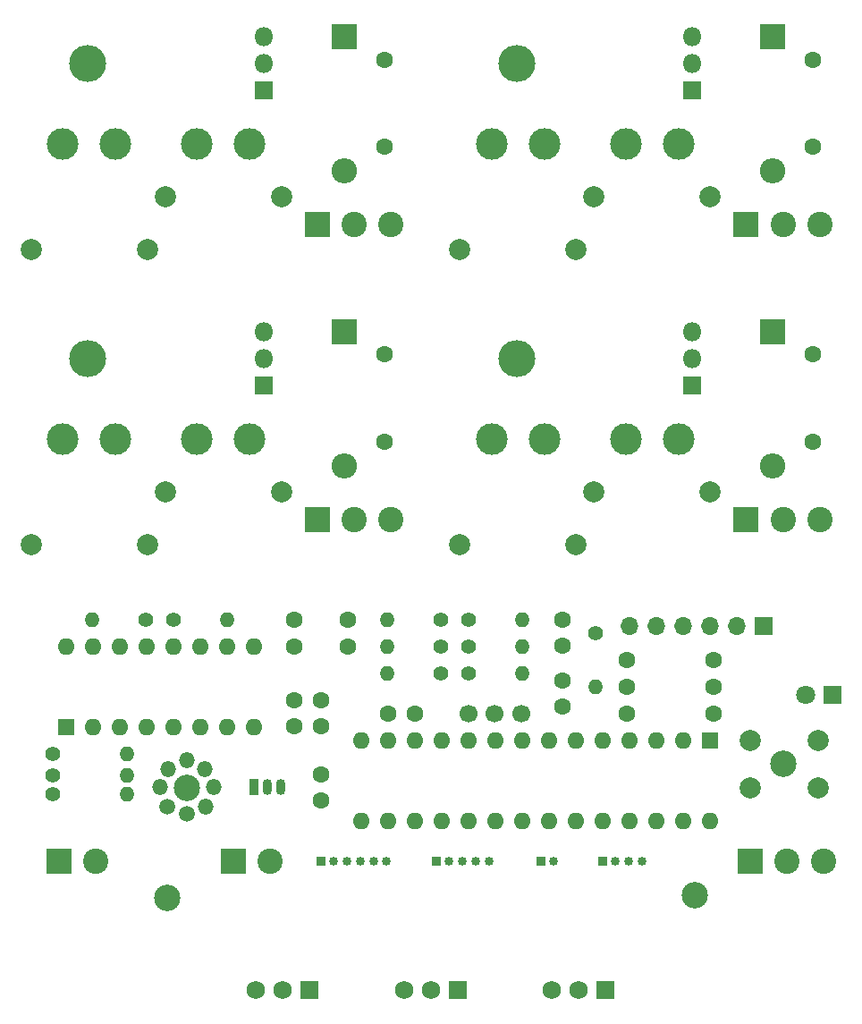
<source format=gts>
%MOIN*%
%OFA0B0*%
%FSLAX46Y46*%
%IPPOS*%
%LPD*%
%ADD10C,0.0039370078740157488*%
%ADD11O,0.13779527559055119X0.13779527559055119*%
%ADD12R,0.070866141732283464X0.070866141732283464*%
%ADD13O,0.070866141732283464X0.070866141732283464*%
%ADD14C,0.07874015748031496*%
%ADD15C,0.11811023622047245*%
%ADD16R,0.094488188976377951X0.094488188976377951*%
%ADD17O,0.094488188976377951X0.094488188976377951*%
%ADD18C,0.094488188976377951*%
%ADD19C,0.062992125984251982*%
%ADD30C,0.0039370078740157488*%
%ADD31C,0.0984251968503937*%
%ADD32C,0.062992125984251982*%
%ADD33R,0.094488188976377951X0.094488188976377951*%
%ADD34C,0.094488188976377951*%
%ADD35C,0.055118110236220472*%
%ADD36O,0.055118110236220472X0.055118110236220472*%
%ADD37R,0.062992125984251982X0.062992125984251982*%
%ADD38O,0.062992125984251982X0.062992125984251982*%
%ADD39C,0.066929133858267723*%
%ADD40R,0.070866141732283464X0.070866141732283464*%
%ADD41C,0.070866141732283464*%
%ADD42R,0.066929133858267723X0.066929133858267723*%
%ADD43O,0.066929133858267723X0.066929133858267723*%
%ADD44R,0.033464566929133861X0.033464566929133861*%
%ADD45C,0.033464566929133861*%
%ADD46O,0.035433070866141732X0.059055118110236227*%
%ADD47R,0.035433070866141732X0.059055118110236227*%
%ADD48C,0.059055118110236227*%
%ADD49O,0.059055118110236227X0.059055118110236227*%
%ADD50C,0.068897637795275593*%
%ADD51R,0.068897637795275593X0.068897637795275593*%
%ADD52C,0.07874015748031496*%
%ADD53C,0.0039370078740157488*%
%ADD54O,0.13779527559055119X0.13779527559055119*%
%ADD55R,0.070866141732283464X0.070866141732283464*%
%ADD56O,0.070866141732283464X0.070866141732283464*%
%ADD57C,0.07874015748031496*%
%ADD58C,0.11811023622047245*%
%ADD59R,0.094488188976377951X0.094488188976377951*%
%ADD60O,0.094488188976377951X0.094488188976377951*%
%ADD61C,0.094488188976377951*%
%ADD62C,0.062992125984251982*%
%ADD63C,0.0039370078740157488*%
%ADD64O,0.13779527559055119X0.13779527559055119*%
%ADD65R,0.070866141732283464X0.070866141732283464*%
%ADD66O,0.070866141732283464X0.070866141732283464*%
%ADD67C,0.07874015748031496*%
%ADD68C,0.11811023622047245*%
%ADD69R,0.094488188976377951X0.094488188976377951*%
%ADD70O,0.094488188976377951X0.094488188976377951*%
%ADD71C,0.094488188976377951*%
%ADD72C,0.062992125984251982*%
%ADD73C,0.0039370078740157488*%
%ADD74O,0.13779527559055119X0.13779527559055119*%
%ADD75R,0.070866141732283464X0.070866141732283464*%
%ADD76O,0.070866141732283464X0.070866141732283464*%
%ADD77C,0.07874015748031496*%
%ADD78C,0.11811023622047245*%
%ADD79R,0.094488188976377951X0.094488188976377951*%
%ADD80O,0.094488188976377951X0.094488188976377951*%
%ADD81C,0.094488188976377951*%
%ADD82C,0.062992125984251982*%
G01*
D10*
D11*
X-0001370000Y0005248228D02*
X0000294094Y0002473228D03*
D12*
X0000949999Y0002373228D03*
D13*
X0000949999Y0002473228D03*
X0000949999Y0002573228D03*
D14*
X0001016535Y0001976377D03*
D15*
X0000898425Y0002173228D03*
X0000701574Y0002173228D03*
D14*
X0000583464Y0001976377D03*
D16*
X0001249999Y0002573228D03*
D17*
X0001249999Y0002073228D03*
D16*
X0001149999Y0001873228D03*
D18*
X0001287795Y0001873228D03*
X0001425590Y0001873228D03*
D19*
X0001399999Y0002163385D03*
X0001399999Y0002488188D03*
D14*
X0000516535Y0001779527D03*
D15*
X0000398425Y0002173228D03*
X0000201574Y0002173228D03*
D14*
X0000083464Y0001779527D03*
G04 next file*
G04 #@! TF.FileFunction,Soldermask,Top*
G04 Gerber Fmt 4.6, Leading zero omitted, Abs format (unit mm)*
G04 Created by KiCad (PCBNEW 4.0.7) date 05/25/19 09:29:53*
G01*
G04 APERTURE LIST*
G04 APERTURE END LIST*
D30*
D31*
X-0005157401Y0004974999D02*
X0002889055Y0000962440D03*
D32*
X0002302755Y0001149999D03*
X0002627558Y0001149999D03*
D33*
X0002762598Y0000599999D03*
D34*
X0002900393Y0000599999D03*
X0003038188Y0000599999D03*
D35*
X0002187598Y0001448425D03*
D36*
X0002187598Y0001248425D03*
D35*
X0001714173Y0001499999D03*
D36*
X0001914173Y0001499999D03*
D35*
X0000511023Y0001499999D03*
D36*
X0000311023Y0001499999D03*
D35*
X0000614173Y0001499999D03*
D36*
X0000814173Y0001499999D03*
D35*
X0001714173Y0001399999D03*
D36*
X0001914173Y0001399999D03*
D35*
X0001714173Y0001299999D03*
D36*
X0001914173Y0001299999D03*
D37*
X0002612598Y0001049999D03*
D38*
X0001312598Y0000749999D03*
X0002512598Y0001049999D03*
X0001412598Y0000749999D03*
X0002412598Y0001049999D03*
X0001512598Y0000749999D03*
X0002312598Y0001049999D03*
X0001612598Y0000749999D03*
X0002212598Y0001049999D03*
X0001712598Y0000749999D03*
X0002112598Y0001049999D03*
X0001812598Y0000749999D03*
X0002012598Y0001049999D03*
X0001912598Y0000749999D03*
X0001912598Y0001049999D03*
X0002012598Y0000749999D03*
X0001812598Y0001049999D03*
X0002112598Y0000749999D03*
X0001712598Y0001049999D03*
X0002212598Y0000749999D03*
X0001612598Y0001049999D03*
X0002312598Y0000749999D03*
X0001512598Y0001049999D03*
X0002412598Y0000749999D03*
X0001412598Y0001049999D03*
X0002512598Y0000749999D03*
X0001312598Y0001049999D03*
X0002612598Y0000749999D03*
D39*
X0001712598Y0001149999D03*
X0001811023Y0001149999D03*
X0001909448Y0001149999D03*
D35*
X0001611023Y0001499999D03*
D36*
X0001411023Y0001499999D03*
D35*
X0001611023Y0001299999D03*
D36*
X0001411023Y0001299999D03*
D35*
X0001611023Y0001399999D03*
D36*
X0001411023Y0001399999D03*
D32*
X0001162598Y0000824999D03*
X0001162598Y0000923425D03*
X0001062598Y0001199999D03*
X0001062598Y0001101574D03*
X0001062598Y0001399999D03*
X0001062598Y0001498425D03*
X0001162598Y0001199999D03*
X0001162598Y0001101574D03*
X0001262598Y0001399999D03*
X0001262598Y0001498425D03*
X0001512598Y0001149999D03*
X0001414173Y0001149999D03*
X0002062598Y0001499999D03*
X0002062598Y0001401574D03*
D40*
X0003070866Y0001220472D03*
D41*
X0002970866Y0001220472D03*
D42*
X0002812598Y0001474999D03*
D43*
X0002712598Y0001474999D03*
X0002612598Y0001474999D03*
X0002512598Y0001474999D03*
X0002412598Y0001474999D03*
X0002312598Y0001474999D03*
D44*
X0001982598Y0000599999D03*
D45*
X0002031810Y0000599999D03*
D31*
X0002559055Y0000472440D03*
X0000590551Y0000462440D03*
X0000662598Y0000872999D03*
D46*
X0000962598Y0000874999D03*
X0001012598Y0000874999D03*
D47*
X0000912598Y0000874999D03*
D37*
X0000212598Y0001099999D03*
D38*
X0000912598Y0001399999D03*
X0000312598Y0001099999D03*
X0000812598Y0001399999D03*
X0000412598Y0001099999D03*
X0000712598Y0001399999D03*
X0000512598Y0001099999D03*
X0000612598Y0001399999D03*
X0000612598Y0001099999D03*
X0000512598Y0001399999D03*
X0000712598Y0001099999D03*
X0000412598Y0001399999D03*
X0000812598Y0001099999D03*
X0000312598Y0001399999D03*
X0000912598Y0001099999D03*
X0000212598Y0001399999D03*
D44*
X0002212598Y0000599999D03*
D45*
X0002261810Y0000599999D03*
X0002311023Y0000599999D03*
X0002360236Y0000599999D03*
D48*
X0000662598Y0000774999D03*
X0000592098Y0000803999D03*
D49*
X0000562598Y0000874999D03*
X0000592598Y0000943999D03*
X0000662598Y0000974999D03*
X0000731598Y0000943499D03*
X0000762598Y0000874999D03*
X0000733598Y0000803499D03*
D32*
X0002062598Y0001174999D03*
X0002062598Y0001273425D03*
D50*
X0000922047Y0000118110D03*
X0001022047Y0000118110D03*
D51*
X0001122047Y0000118110D03*
D50*
X0002024409Y0000118110D03*
X0002124409Y0000118110D03*
D51*
X0002224409Y0000118110D03*
D50*
X0001473228Y0000118110D03*
X0001573228Y0000118110D03*
D51*
X0001673228Y0000118110D03*
D33*
X0000187598Y0000599999D03*
D34*
X0000325393Y0000599999D03*
D33*
X0000837598Y0000599999D03*
D34*
X0000975393Y0000599999D03*
D32*
X0002302755Y0001249999D03*
X0002627558Y0001249999D03*
D44*
X0001162598Y0000599999D03*
D45*
X0001211810Y0000599999D03*
X0001261023Y0000599999D03*
X0001310236Y0000599999D03*
X0001359448Y0000599999D03*
X0001408661Y0000599999D03*
D44*
X0001592598Y0000599999D03*
D45*
X0001641810Y0000599999D03*
X0001691023Y0000599999D03*
X0001740236Y0000599999D03*
X0001789448Y0000599999D03*
D32*
X0002302755Y0001349999D03*
X0002627558Y0001349999D03*
D35*
X0000164803Y0000849999D03*
D36*
X0000440393Y0000849999D03*
D35*
X0000164803Y0000999999D03*
D36*
X0000440393Y0000999999D03*
D35*
X0000164803Y0000919999D03*
D36*
X0000440393Y0000919999D03*
D52*
X0002762598Y0000872834D03*
X0002762598Y0001049999D03*
X0003018503Y0000872834D03*
X0003018503Y0001049999D03*
G04 next file*
G04 #@! TF.FileFunction,Soldermask,Top*
G04 Gerber Fmt 4.6, Leading zero omitted, Abs format (unit mm)*
G04 Created by KiCad (PCBNEW 4.0.7) date 05/25/19 09:40:29*
G01*
G04 APERTURE LIST*
G04 APERTURE END LIST*
D53*
D54*
X-0001370000Y0006346653D02*
X0000294094Y0003571653D03*
D55*
X0000949999Y0003471653D03*
D56*
X0000949999Y0003571653D03*
X0000949999Y0003671653D03*
D57*
X0001016535Y0003074803D03*
D58*
X0000898425Y0003271653D03*
X0000701574Y0003271653D03*
D57*
X0000583464Y0003074803D03*
D59*
X0001249999Y0003671653D03*
D60*
X0001249999Y0003171653D03*
D59*
X0001149999Y0002971653D03*
D61*
X0001287795Y0002971653D03*
X0001425590Y0002971653D03*
D62*
X0001399999Y0003261811D03*
X0001399999Y0003586614D03*
D57*
X0000516535Y0002877952D03*
D58*
X0000398425Y0003271653D03*
X0000201574Y0003271653D03*
D57*
X0000083464Y0002877952D03*
G04 next file*
G04 #@! TF.FileFunction,Soldermask,Top*
G04 Gerber Fmt 4.6, Leading zero omitted, Abs format (unit mm)*
G04 Created by KiCad (PCBNEW 4.0.7) date 05/25/19 09:40:29*
G01*
G04 APERTURE LIST*
G04 APERTURE END LIST*
D63*
D64*
X0000228425Y0005248228D02*
X0001892519Y0002473228D03*
D65*
X0002548425Y0002373228D03*
D66*
X0002548425Y0002473228D03*
X0002548425Y0002573228D03*
D67*
X0002614960Y0001976377D03*
D68*
X0002496850Y0002173228D03*
X0002300000Y0002173228D03*
D67*
X0002181889Y0001976377D03*
D69*
X0002848425Y0002573228D03*
D70*
X0002848425Y0002073228D03*
D69*
X0002748425Y0001873228D03*
D71*
X0002886220Y0001873228D03*
X0003024015Y0001873228D03*
D72*
X0002998425Y0002163385D03*
X0002998425Y0002488188D03*
D67*
X0002114960Y0001779527D03*
D68*
X0001996850Y0002173228D03*
X0001800000Y0002173228D03*
D67*
X0001681889Y0001779527D03*
G04 next file*
G04 #@! TF.FileFunction,Soldermask,Top*
G04 Gerber Fmt 4.6, Leading zero omitted, Abs format (unit mm)*
G04 Created by KiCad (PCBNEW 4.0.7) date 05/25/19 09:40:29*
G01*
G04 APERTURE LIST*
G04 APERTURE END LIST*
D73*
D74*
X0000228425Y0006346653D02*
X0001892519Y0003571653D03*
D75*
X0002548425Y0003471653D03*
D76*
X0002548425Y0003571653D03*
X0002548425Y0003671653D03*
D77*
X0002614960Y0003074803D03*
D78*
X0002496850Y0003271653D03*
X0002300000Y0003271653D03*
D77*
X0002181889Y0003074803D03*
D79*
X0002848425Y0003671653D03*
D80*
X0002848425Y0003171653D03*
D79*
X0002748425Y0002971653D03*
D81*
X0002886220Y0002971653D03*
X0003024015Y0002971653D03*
D82*
X0002998425Y0003261811D03*
X0002998425Y0003586614D03*
D77*
X0002114960Y0002877952D03*
D78*
X0001996850Y0003271653D03*
X0001800000Y0003271653D03*
D77*
X0001681889Y0002877952D03*
M02*
</source>
